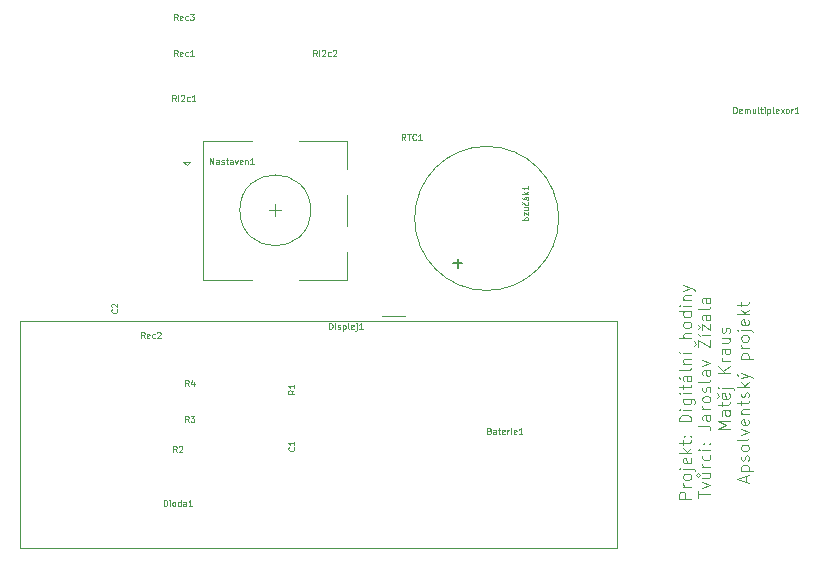
<source format=gbr>
%TF.GenerationSoftware,KiCad,Pcbnew,(5.1.8)-1*%
%TF.CreationDate,2021-03-12T13:42:17+01:00*%
%TF.ProjectId,AP,41502e6b-6963-4616-945f-706362585858,rev?*%
%TF.SameCoordinates,Original*%
%TF.FileFunction,Legend,Top*%
%TF.FilePolarity,Positive*%
%FSLAX46Y46*%
G04 Gerber Fmt 4.6, Leading zero omitted, Abs format (unit mm)*
G04 Created by KiCad (PCBNEW (5.1.8)-1) date 2021-03-12 13:42:17*
%MOMM*%
%LPD*%
G01*
G04 APERTURE LIST*
%ADD10C,0.123500*%
%ADD11C,0.120000*%
%ADD12C,0.063500*%
%ADD13C,0.050800*%
%ADD14C,0.150000*%
G04 APERTURE END LIST*
D10*
X191296750Y-113902000D02*
X190288750Y-113902000D01*
X190288750Y-113518000D01*
X190336750Y-113422000D01*
X190384750Y-113374000D01*
X190480750Y-113326000D01*
X190624750Y-113326000D01*
X190720750Y-113374000D01*
X190768750Y-113422000D01*
X190816750Y-113518000D01*
X190816750Y-113902000D01*
X191296750Y-112894000D02*
X190624750Y-112894000D01*
X190816750Y-112894000D02*
X190720750Y-112846000D01*
X190672750Y-112798000D01*
X190624750Y-112702000D01*
X190624750Y-112606000D01*
X191296750Y-112126000D02*
X191248750Y-112222000D01*
X191200750Y-112270000D01*
X191104750Y-112318000D01*
X190816750Y-112318000D01*
X190720750Y-112270000D01*
X190672750Y-112222000D01*
X190624750Y-112126000D01*
X190624750Y-111982000D01*
X190672750Y-111886000D01*
X190720750Y-111838000D01*
X190816750Y-111790000D01*
X191104750Y-111790000D01*
X191200750Y-111838000D01*
X191248750Y-111886000D01*
X191296750Y-111982000D01*
X191296750Y-112126000D01*
X190624750Y-111358000D02*
X191488750Y-111358000D01*
X191584750Y-111406000D01*
X191632750Y-111502000D01*
X191632750Y-111550000D01*
X190288750Y-111358000D02*
X190336750Y-111406000D01*
X190384750Y-111358000D01*
X190336750Y-111310000D01*
X190288750Y-111358000D01*
X190384750Y-111358000D01*
X191248750Y-110494000D02*
X191296750Y-110590000D01*
X191296750Y-110782000D01*
X191248750Y-110878000D01*
X191152750Y-110926000D01*
X190768750Y-110926000D01*
X190672750Y-110878000D01*
X190624750Y-110782000D01*
X190624750Y-110590000D01*
X190672750Y-110494000D01*
X190768750Y-110446000D01*
X190864750Y-110446000D01*
X190960750Y-110926000D01*
X191296750Y-110014000D02*
X190288750Y-110014000D01*
X190912750Y-109918000D02*
X191296750Y-109630000D01*
X190624750Y-109630000D02*
X191008750Y-110014000D01*
X190624750Y-109342000D02*
X190624750Y-108958000D01*
X190288750Y-109198000D02*
X191152750Y-109198000D01*
X191248750Y-109150000D01*
X191296750Y-109054000D01*
X191296750Y-108958000D01*
X191200750Y-108622000D02*
X191248750Y-108574000D01*
X191296750Y-108622000D01*
X191248750Y-108670000D01*
X191200750Y-108622000D01*
X191296750Y-108622000D01*
X190672750Y-108622000D02*
X190720750Y-108574000D01*
X190768750Y-108622000D01*
X190720750Y-108670000D01*
X190672750Y-108622000D01*
X190768750Y-108622000D01*
X191296750Y-107374000D02*
X190288750Y-107374000D01*
X190288750Y-107134000D01*
X190336750Y-106990000D01*
X190432750Y-106894000D01*
X190528750Y-106846000D01*
X190720750Y-106798000D01*
X190864750Y-106798000D01*
X191056750Y-106846000D01*
X191152750Y-106894000D01*
X191248750Y-106990000D01*
X191296750Y-107134000D01*
X191296750Y-107374000D01*
X191296750Y-106366000D02*
X190624750Y-106366000D01*
X190288750Y-106366000D02*
X190336750Y-106414000D01*
X190384750Y-106366000D01*
X190336750Y-106318000D01*
X190288750Y-106366000D01*
X190384750Y-106366000D01*
X190624750Y-105454000D02*
X191440750Y-105454000D01*
X191536750Y-105502000D01*
X191584750Y-105550000D01*
X191632750Y-105646000D01*
X191632750Y-105790000D01*
X191584750Y-105886000D01*
X191248750Y-105454000D02*
X191296750Y-105550000D01*
X191296750Y-105742000D01*
X191248750Y-105838000D01*
X191200750Y-105886000D01*
X191104750Y-105934000D01*
X190816750Y-105934000D01*
X190720750Y-105886000D01*
X190672750Y-105838000D01*
X190624750Y-105742000D01*
X190624750Y-105550000D01*
X190672750Y-105454000D01*
X191296750Y-104974000D02*
X190624750Y-104974000D01*
X190288750Y-104974000D02*
X190336750Y-105022000D01*
X190384750Y-104974000D01*
X190336750Y-104926000D01*
X190288750Y-104974000D01*
X190384750Y-104974000D01*
X190624750Y-104638000D02*
X190624750Y-104254000D01*
X190288750Y-104494000D02*
X191152750Y-104494000D01*
X191248750Y-104446000D01*
X191296750Y-104350000D01*
X191296750Y-104254000D01*
X191296750Y-103486000D02*
X190768750Y-103486000D01*
X190672750Y-103534000D01*
X190624750Y-103630000D01*
X190624750Y-103822000D01*
X190672750Y-103918000D01*
X191248750Y-103486000D02*
X191296750Y-103582000D01*
X191296750Y-103822000D01*
X191248750Y-103918000D01*
X191152750Y-103966000D01*
X191056750Y-103966000D01*
X190960750Y-103918000D01*
X190912750Y-103822000D01*
X190912750Y-103582000D01*
X190864750Y-103486000D01*
X190240750Y-103630000D02*
X190384750Y-103774000D01*
X191296750Y-102862000D02*
X191248750Y-102958000D01*
X191152750Y-103006000D01*
X190288750Y-103006000D01*
X190624750Y-102478000D02*
X191296750Y-102478000D01*
X190720750Y-102478000D02*
X190672750Y-102430000D01*
X190624750Y-102334000D01*
X190624750Y-102190000D01*
X190672750Y-102094000D01*
X190768750Y-102046000D01*
X191296750Y-102046000D01*
X191296750Y-101566000D02*
X190624750Y-101566000D01*
X190240750Y-101470000D02*
X190384750Y-101614000D01*
X191296750Y-100318000D02*
X190288750Y-100318000D01*
X191296750Y-99886000D02*
X190768750Y-99886000D01*
X190672750Y-99934000D01*
X190624750Y-100030000D01*
X190624750Y-100174000D01*
X190672750Y-100270000D01*
X190720750Y-100318000D01*
X191296750Y-99262000D02*
X191248750Y-99358000D01*
X191200750Y-99406000D01*
X191104750Y-99454000D01*
X190816750Y-99454000D01*
X190720750Y-99406000D01*
X190672750Y-99358000D01*
X190624750Y-99262000D01*
X190624750Y-99118000D01*
X190672750Y-99022000D01*
X190720750Y-98974000D01*
X190816750Y-98926000D01*
X191104750Y-98926000D01*
X191200750Y-98974000D01*
X191248750Y-99022000D01*
X191296750Y-99118000D01*
X191296750Y-99262000D01*
X191296750Y-98062000D02*
X190288750Y-98062000D01*
X191248750Y-98062000D02*
X191296750Y-98158000D01*
X191296750Y-98350000D01*
X191248750Y-98446000D01*
X191200750Y-98494000D01*
X191104750Y-98542000D01*
X190816750Y-98542000D01*
X190720750Y-98494000D01*
X190672750Y-98446000D01*
X190624750Y-98350000D01*
X190624750Y-98158000D01*
X190672750Y-98062000D01*
X191296750Y-97582000D02*
X190624750Y-97582000D01*
X190288750Y-97582000D02*
X190336750Y-97630000D01*
X190384750Y-97582000D01*
X190336750Y-97534000D01*
X190288750Y-97582000D01*
X190384750Y-97582000D01*
X190624750Y-97102000D02*
X191296750Y-97102000D01*
X190720750Y-97102000D02*
X190672750Y-97054000D01*
X190624750Y-96958000D01*
X190624750Y-96814000D01*
X190672750Y-96718000D01*
X190768750Y-96670000D01*
X191296750Y-96670000D01*
X190624750Y-96286000D02*
X191296750Y-96046000D01*
X190624750Y-95806000D02*
X191296750Y-96046000D01*
X191536750Y-96142000D01*
X191584750Y-96190000D01*
X191632750Y-96286000D01*
X191924250Y-113830000D02*
X191924250Y-113254000D01*
X192932250Y-113542000D02*
X191924250Y-113542000D01*
X192260250Y-113014000D02*
X192932250Y-112774000D01*
X192260250Y-112534000D01*
X192260250Y-111718000D02*
X192932250Y-111718000D01*
X192260250Y-112150000D02*
X192788250Y-112150000D01*
X192884250Y-112102000D01*
X192932250Y-112006000D01*
X192932250Y-111862000D01*
X192884250Y-111766000D01*
X192836250Y-111718000D01*
X192020250Y-111910000D02*
X191972250Y-112006000D01*
X191876250Y-112054000D01*
X191780250Y-112006000D01*
X191732250Y-111910000D01*
X191780250Y-111814000D01*
X191876250Y-111766000D01*
X191972250Y-111814000D01*
X192020250Y-111910000D01*
X192932250Y-111238000D02*
X192260250Y-111238000D01*
X192452250Y-111238000D02*
X192356250Y-111190000D01*
X192308250Y-111142000D01*
X192260250Y-111046000D01*
X192260250Y-110950000D01*
X192884250Y-110182000D02*
X192932250Y-110278000D01*
X192932250Y-110470000D01*
X192884250Y-110566000D01*
X192836250Y-110614000D01*
X192740250Y-110662000D01*
X192452250Y-110662000D01*
X192356250Y-110614000D01*
X192308250Y-110566000D01*
X192260250Y-110470000D01*
X192260250Y-110278000D01*
X192308250Y-110182000D01*
X192932250Y-109750000D02*
X192260250Y-109750000D01*
X191924250Y-109750000D02*
X191972250Y-109798000D01*
X192020250Y-109750000D01*
X191972250Y-109702000D01*
X191924250Y-109750000D01*
X192020250Y-109750000D01*
X192836250Y-109270000D02*
X192884250Y-109222000D01*
X192932250Y-109270000D01*
X192884250Y-109318000D01*
X192836250Y-109270000D01*
X192932250Y-109270000D01*
X192308250Y-109270000D02*
X192356250Y-109222000D01*
X192404250Y-109270000D01*
X192356250Y-109318000D01*
X192308250Y-109270000D01*
X192404250Y-109270000D01*
X191924250Y-107734000D02*
X192644250Y-107734000D01*
X192788250Y-107782000D01*
X192884250Y-107878000D01*
X192932250Y-108022000D01*
X192932250Y-108118000D01*
X192932250Y-106822000D02*
X192404250Y-106822000D01*
X192308250Y-106870000D01*
X192260250Y-106966000D01*
X192260250Y-107158000D01*
X192308250Y-107254000D01*
X192884250Y-106822000D02*
X192932250Y-106918000D01*
X192932250Y-107158000D01*
X192884250Y-107254000D01*
X192788250Y-107302000D01*
X192692250Y-107302000D01*
X192596250Y-107254000D01*
X192548250Y-107158000D01*
X192548250Y-106918000D01*
X192500250Y-106822000D01*
X192932250Y-106342000D02*
X192260250Y-106342000D01*
X192452250Y-106342000D02*
X192356250Y-106294000D01*
X192308250Y-106246000D01*
X192260250Y-106150000D01*
X192260250Y-106054000D01*
X192932250Y-105574000D02*
X192884250Y-105670000D01*
X192836250Y-105718000D01*
X192740250Y-105766000D01*
X192452250Y-105766000D01*
X192356250Y-105718000D01*
X192308250Y-105670000D01*
X192260250Y-105574000D01*
X192260250Y-105430000D01*
X192308250Y-105334000D01*
X192356250Y-105286000D01*
X192452250Y-105238000D01*
X192740250Y-105238000D01*
X192836250Y-105286000D01*
X192884250Y-105334000D01*
X192932250Y-105430000D01*
X192932250Y-105574000D01*
X192884250Y-104854000D02*
X192932250Y-104758000D01*
X192932250Y-104566000D01*
X192884250Y-104470000D01*
X192788250Y-104422000D01*
X192740250Y-104422000D01*
X192644250Y-104470000D01*
X192596250Y-104566000D01*
X192596250Y-104710000D01*
X192548250Y-104806000D01*
X192452250Y-104854000D01*
X192404250Y-104854000D01*
X192308250Y-104806000D01*
X192260250Y-104710000D01*
X192260250Y-104566000D01*
X192308250Y-104470000D01*
X192932250Y-103846000D02*
X192884250Y-103942000D01*
X192788250Y-103990000D01*
X191924250Y-103990000D01*
X192932250Y-103030000D02*
X192404250Y-103030000D01*
X192308250Y-103078000D01*
X192260250Y-103174000D01*
X192260250Y-103366000D01*
X192308250Y-103462000D01*
X192884250Y-103030000D02*
X192932250Y-103126000D01*
X192932250Y-103366000D01*
X192884250Y-103462000D01*
X192788250Y-103510000D01*
X192692250Y-103510000D01*
X192596250Y-103462000D01*
X192548250Y-103366000D01*
X192548250Y-103126000D01*
X192500250Y-103030000D01*
X192260250Y-102646000D02*
X192932250Y-102406000D01*
X192260250Y-102166000D01*
X191924250Y-101110000D02*
X191924250Y-100438000D01*
X192932250Y-101110000D01*
X192932250Y-100438000D01*
X191540250Y-100966000D02*
X191684250Y-100774000D01*
X191540250Y-100582000D01*
X192932250Y-100054000D02*
X192260250Y-100054000D01*
X191876250Y-99958000D02*
X192020250Y-100102000D01*
X192260250Y-99670000D02*
X192260250Y-99142000D01*
X192932250Y-99670000D01*
X192932250Y-99142000D01*
X191876250Y-99574000D02*
X192020250Y-99382000D01*
X191876250Y-99190000D01*
X192932250Y-98326000D02*
X192404250Y-98326000D01*
X192308250Y-98374000D01*
X192260250Y-98470000D01*
X192260250Y-98662000D01*
X192308250Y-98758000D01*
X192884250Y-98326000D02*
X192932250Y-98422000D01*
X192932250Y-98662000D01*
X192884250Y-98758000D01*
X192788250Y-98806000D01*
X192692250Y-98806000D01*
X192596250Y-98758000D01*
X192548250Y-98662000D01*
X192548250Y-98422000D01*
X192500250Y-98326000D01*
X192932250Y-97702000D02*
X192884250Y-97798000D01*
X192788250Y-97846000D01*
X191924250Y-97846000D01*
X192932250Y-96886000D02*
X192404250Y-96886000D01*
X192308250Y-96934000D01*
X192260250Y-97030000D01*
X192260250Y-97222000D01*
X192308250Y-97318000D01*
X192884250Y-96886000D02*
X192932250Y-96982000D01*
X192932250Y-97222000D01*
X192884250Y-97318000D01*
X192788250Y-97366000D01*
X192692250Y-97366000D01*
X192596250Y-97318000D01*
X192548250Y-97222000D01*
X192548250Y-96982000D01*
X192500250Y-96886000D01*
X194567750Y-108022000D02*
X193559750Y-108022000D01*
X194279750Y-107686000D01*
X193559750Y-107350000D01*
X194567750Y-107350000D01*
X194567750Y-106438000D02*
X194039750Y-106438000D01*
X193943750Y-106486000D01*
X193895750Y-106582000D01*
X193895750Y-106774000D01*
X193943750Y-106870000D01*
X194519750Y-106438000D02*
X194567750Y-106534000D01*
X194567750Y-106774000D01*
X194519750Y-106870000D01*
X194423750Y-106918000D01*
X194327750Y-106918000D01*
X194231750Y-106870000D01*
X194183750Y-106774000D01*
X194183750Y-106534000D01*
X194135750Y-106438000D01*
X193895750Y-106102000D02*
X193895750Y-105718000D01*
X193559750Y-105958000D02*
X194423750Y-105958000D01*
X194519750Y-105910000D01*
X194567750Y-105814000D01*
X194567750Y-105718000D01*
X194519750Y-104998000D02*
X194567750Y-105094000D01*
X194567750Y-105286000D01*
X194519750Y-105382000D01*
X194423750Y-105430000D01*
X194039750Y-105430000D01*
X193943750Y-105382000D01*
X193895750Y-105286000D01*
X193895750Y-105094000D01*
X193943750Y-104998000D01*
X194039750Y-104950000D01*
X194135750Y-104950000D01*
X194231750Y-105430000D01*
X193511750Y-105382000D02*
X193655750Y-105190000D01*
X193511750Y-104998000D01*
X193895750Y-104518000D02*
X194759750Y-104518000D01*
X194855750Y-104566000D01*
X194903750Y-104662000D01*
X194903750Y-104710000D01*
X193559750Y-104518000D02*
X193607750Y-104566000D01*
X193655750Y-104518000D01*
X193607750Y-104470000D01*
X193559750Y-104518000D01*
X193655750Y-104518000D01*
X194567750Y-103270000D02*
X193559750Y-103270000D01*
X194567750Y-102694000D02*
X193991750Y-103126000D01*
X193559750Y-102694000D02*
X194135750Y-103270000D01*
X194567750Y-102262000D02*
X193895750Y-102262000D01*
X194087750Y-102262000D02*
X193991750Y-102214000D01*
X193943750Y-102166000D01*
X193895750Y-102070000D01*
X193895750Y-101974000D01*
X194567750Y-101206000D02*
X194039750Y-101206000D01*
X193943750Y-101254000D01*
X193895750Y-101350000D01*
X193895750Y-101542000D01*
X193943750Y-101638000D01*
X194519750Y-101206000D02*
X194567750Y-101302000D01*
X194567750Y-101542000D01*
X194519750Y-101638000D01*
X194423750Y-101686000D01*
X194327750Y-101686000D01*
X194231750Y-101638000D01*
X194183750Y-101542000D01*
X194183750Y-101302000D01*
X194135750Y-101206000D01*
X193895750Y-100294000D02*
X194567750Y-100294000D01*
X193895750Y-100726000D02*
X194423750Y-100726000D01*
X194519750Y-100678000D01*
X194567750Y-100582000D01*
X194567750Y-100438000D01*
X194519750Y-100342000D01*
X194471750Y-100294000D01*
X194519750Y-99862000D02*
X194567750Y-99766000D01*
X194567750Y-99574000D01*
X194519750Y-99478000D01*
X194423750Y-99430000D01*
X194375750Y-99430000D01*
X194279750Y-99478000D01*
X194231750Y-99574000D01*
X194231750Y-99718000D01*
X194183750Y-99814000D01*
X194087750Y-99862000D01*
X194039750Y-99862000D01*
X193943750Y-99814000D01*
X193895750Y-99718000D01*
X193895750Y-99574000D01*
X193943750Y-99478000D01*
X195915250Y-112462000D02*
X195915250Y-111982000D01*
X196203250Y-112558000D02*
X195195250Y-112222000D01*
X196203250Y-111886000D01*
X195531250Y-111550000D02*
X196539250Y-111550000D01*
X195579250Y-111550000D02*
X195531250Y-111454000D01*
X195531250Y-111262000D01*
X195579250Y-111166000D01*
X195627250Y-111118000D01*
X195723250Y-111070000D01*
X196011250Y-111070000D01*
X196107250Y-111118000D01*
X196155250Y-111166000D01*
X196203250Y-111262000D01*
X196203250Y-111454000D01*
X196155250Y-111550000D01*
X196155250Y-110686000D02*
X196203250Y-110590000D01*
X196203250Y-110398000D01*
X196155250Y-110302000D01*
X196059250Y-110254000D01*
X196011250Y-110254000D01*
X195915250Y-110302000D01*
X195867250Y-110398000D01*
X195867250Y-110542000D01*
X195819250Y-110638000D01*
X195723250Y-110686000D01*
X195675250Y-110686000D01*
X195579250Y-110638000D01*
X195531250Y-110542000D01*
X195531250Y-110398000D01*
X195579250Y-110302000D01*
X196203250Y-109678000D02*
X196155250Y-109774000D01*
X196107250Y-109822000D01*
X196011250Y-109870000D01*
X195723250Y-109870000D01*
X195627250Y-109822000D01*
X195579250Y-109774000D01*
X195531250Y-109678000D01*
X195531250Y-109534000D01*
X195579250Y-109438000D01*
X195627250Y-109390000D01*
X195723250Y-109342000D01*
X196011250Y-109342000D01*
X196107250Y-109390000D01*
X196155250Y-109438000D01*
X196203250Y-109534000D01*
X196203250Y-109678000D01*
X196203250Y-108766000D02*
X196155250Y-108862000D01*
X196059250Y-108910000D01*
X195195250Y-108910000D01*
X195531250Y-108478000D02*
X196203250Y-108238000D01*
X195531250Y-107998000D01*
X196155250Y-107230000D02*
X196203250Y-107326000D01*
X196203250Y-107518000D01*
X196155250Y-107614000D01*
X196059250Y-107662000D01*
X195675250Y-107662000D01*
X195579250Y-107614000D01*
X195531250Y-107518000D01*
X195531250Y-107326000D01*
X195579250Y-107230000D01*
X195675250Y-107182000D01*
X195771250Y-107182000D01*
X195867250Y-107662000D01*
X195531250Y-106750000D02*
X196203250Y-106750000D01*
X195627250Y-106750000D02*
X195579250Y-106702000D01*
X195531250Y-106606000D01*
X195531250Y-106462000D01*
X195579250Y-106366000D01*
X195675250Y-106318000D01*
X196203250Y-106318000D01*
X195531250Y-105982000D02*
X195531250Y-105598000D01*
X195195250Y-105838000D02*
X196059250Y-105838000D01*
X196155250Y-105790000D01*
X196203250Y-105694000D01*
X196203250Y-105598000D01*
X196155250Y-105310000D02*
X196203250Y-105214000D01*
X196203250Y-105022000D01*
X196155250Y-104926000D01*
X196059250Y-104878000D01*
X196011250Y-104878000D01*
X195915250Y-104926000D01*
X195867250Y-105022000D01*
X195867250Y-105166000D01*
X195819250Y-105262000D01*
X195723250Y-105310000D01*
X195675250Y-105310000D01*
X195579250Y-105262000D01*
X195531250Y-105166000D01*
X195531250Y-105022000D01*
X195579250Y-104926000D01*
X196203250Y-104446000D02*
X195195250Y-104446000D01*
X195819250Y-104350000D02*
X196203250Y-104062000D01*
X195531250Y-104062000D02*
X195915250Y-104446000D01*
X195531250Y-103726000D02*
X196203250Y-103486000D01*
X195531250Y-103246000D02*
X196203250Y-103486000D01*
X196443250Y-103582000D01*
X196491250Y-103630000D01*
X196539250Y-103726000D01*
X195147250Y-103390000D02*
X195291250Y-103534000D01*
X195531250Y-102094000D02*
X196539250Y-102094000D01*
X195579250Y-102094000D02*
X195531250Y-101998000D01*
X195531250Y-101806000D01*
X195579250Y-101710000D01*
X195627250Y-101662000D01*
X195723250Y-101614000D01*
X196011250Y-101614000D01*
X196107250Y-101662000D01*
X196155250Y-101710000D01*
X196203250Y-101806000D01*
X196203250Y-101998000D01*
X196155250Y-102094000D01*
X196203250Y-101182000D02*
X195531250Y-101182000D01*
X195723250Y-101182000D02*
X195627250Y-101134000D01*
X195579250Y-101086000D01*
X195531250Y-100990000D01*
X195531250Y-100894000D01*
X196203250Y-100414000D02*
X196155250Y-100510000D01*
X196107250Y-100558000D01*
X196011250Y-100606000D01*
X195723250Y-100606000D01*
X195627250Y-100558000D01*
X195579250Y-100510000D01*
X195531250Y-100414000D01*
X195531250Y-100270000D01*
X195579250Y-100174000D01*
X195627250Y-100126000D01*
X195723250Y-100078000D01*
X196011250Y-100078000D01*
X196107250Y-100126000D01*
X196155250Y-100174000D01*
X196203250Y-100270000D01*
X196203250Y-100414000D01*
X195531250Y-99646000D02*
X196395250Y-99646000D01*
X196491250Y-99694000D01*
X196539250Y-99790000D01*
X196539250Y-99838000D01*
X195195250Y-99646000D02*
X195243250Y-99694000D01*
X195291250Y-99646000D01*
X195243250Y-99598000D01*
X195195250Y-99646000D01*
X195291250Y-99646000D01*
X196155250Y-98782000D02*
X196203250Y-98878000D01*
X196203250Y-99070000D01*
X196155250Y-99166000D01*
X196059250Y-99214000D01*
X195675250Y-99214000D01*
X195579250Y-99166000D01*
X195531250Y-99070000D01*
X195531250Y-98878000D01*
X195579250Y-98782000D01*
X195675250Y-98734000D01*
X195771250Y-98734000D01*
X195867250Y-99214000D01*
X196203250Y-98302000D02*
X195195250Y-98302000D01*
X195819250Y-98206000D02*
X196203250Y-97918000D01*
X195531250Y-97918000D02*
X195915250Y-98302000D01*
X195531250Y-97630000D02*
X195531250Y-97246000D01*
X195195250Y-97486000D02*
X196059250Y-97486000D01*
X196155250Y-97438000D01*
X196203250Y-97342000D01*
X196203250Y-97246000D01*
D11*
%TO.C,Nastaven1*%
X159090000Y-89495000D02*
G75*
G03*
X159090000Y-89495000I-3000000J0D01*
G01*
X158090000Y-83595000D02*
X162190000Y-83595000D01*
X162190000Y-95395000D02*
X158090000Y-95395000D01*
X154090000Y-95395000D02*
X149990000Y-95395000D01*
X154090000Y-83595000D02*
X149990000Y-83595000D01*
X149990000Y-83595000D02*
X149990000Y-95395000D01*
X148590000Y-85695000D02*
X148290000Y-85395000D01*
X148290000Y-85395000D02*
X148890000Y-85395000D01*
X148890000Y-85395000D02*
X148590000Y-85695000D01*
X162190000Y-83595000D02*
X162190000Y-85995000D01*
X162190000Y-88195000D02*
X162190000Y-90795000D01*
X162190000Y-92995000D02*
X162190000Y-95395000D01*
X156090000Y-88995000D02*
X156090000Y-89995000D01*
X155590000Y-89495000D02*
X156590000Y-89495000D01*
%TO.C,Displej1*%
X167116000Y-98458000D02*
X165116000Y-98458000D01*
X134496000Y-118078000D02*
X185036000Y-118078000D01*
X134496000Y-98838000D02*
X134496000Y-118078000D01*
X185036000Y-98838000D02*
X134496000Y-98838000D01*
X185036000Y-98838000D02*
X185036000Y-118078000D01*
%TO.C,bzu\u010D\u00E1k1*%
X180090000Y-90180000D02*
G75*
G03*
X180090000Y-90180000I-6100000J0D01*
G01*
%TO.C,RTC1*%
D12*
X167107809Y-83541809D02*
X166938476Y-83299904D01*
X166817523Y-83541809D02*
X166817523Y-83033809D01*
X167011047Y-83033809D01*
X167059428Y-83058000D01*
X167083619Y-83082190D01*
X167107809Y-83130571D01*
X167107809Y-83203142D01*
X167083619Y-83251523D01*
X167059428Y-83275714D01*
X167011047Y-83299904D01*
X166817523Y-83299904D01*
X167252952Y-83033809D02*
X167543238Y-83033809D01*
X167398095Y-83541809D02*
X167398095Y-83033809D01*
X168002857Y-83493428D02*
X167978666Y-83517619D01*
X167906095Y-83541809D01*
X167857714Y-83541809D01*
X167785142Y-83517619D01*
X167736761Y-83469238D01*
X167712571Y-83420857D01*
X167688380Y-83324095D01*
X167688380Y-83251523D01*
X167712571Y-83154761D01*
X167736761Y-83106380D01*
X167785142Y-83058000D01*
X167857714Y-83033809D01*
X167906095Y-83033809D01*
X167978666Y-83058000D01*
X168002857Y-83082190D01*
X168486666Y-83541809D02*
X168196380Y-83541809D01*
X168341523Y-83541809D02*
X168341523Y-83033809D01*
X168293142Y-83106380D01*
X168244761Y-83154761D01*
X168196380Y-83178952D01*
%TO.C,RI2c2*%
X159608761Y-76429809D02*
X159439428Y-76187904D01*
X159318476Y-76429809D02*
X159318476Y-75921809D01*
X159512000Y-75921809D01*
X159560380Y-75946000D01*
X159584571Y-75970190D01*
X159608761Y-76018571D01*
X159608761Y-76091142D01*
X159584571Y-76139523D01*
X159560380Y-76163714D01*
X159512000Y-76187904D01*
X159318476Y-76187904D01*
X159826476Y-76429809D02*
X159826476Y-75921809D01*
X160044190Y-75970190D02*
X160068380Y-75946000D01*
X160116761Y-75921809D01*
X160237714Y-75921809D01*
X160286095Y-75946000D01*
X160310285Y-75970190D01*
X160334476Y-76018571D01*
X160334476Y-76066952D01*
X160310285Y-76139523D01*
X160020000Y-76429809D01*
X160334476Y-76429809D01*
X160769904Y-76405619D02*
X160721523Y-76429809D01*
X160624761Y-76429809D01*
X160576380Y-76405619D01*
X160552190Y-76381428D01*
X160528000Y-76333047D01*
X160528000Y-76187904D01*
X160552190Y-76139523D01*
X160576380Y-76115333D01*
X160624761Y-76091142D01*
X160721523Y-76091142D01*
X160769904Y-76115333D01*
X160963428Y-75970190D02*
X160987619Y-75946000D01*
X161036000Y-75921809D01*
X161156952Y-75921809D01*
X161205333Y-75946000D01*
X161229523Y-75970190D01*
X161253714Y-76018571D01*
X161253714Y-76066952D01*
X161229523Y-76139523D01*
X160939238Y-76429809D01*
X161253714Y-76429809D01*
%TO.C,RI2c1*%
X147670761Y-80239809D02*
X147501428Y-79997904D01*
X147380476Y-80239809D02*
X147380476Y-79731809D01*
X147574000Y-79731809D01*
X147622380Y-79756000D01*
X147646571Y-79780190D01*
X147670761Y-79828571D01*
X147670761Y-79901142D01*
X147646571Y-79949523D01*
X147622380Y-79973714D01*
X147574000Y-79997904D01*
X147380476Y-79997904D01*
X147888476Y-80239809D02*
X147888476Y-79731809D01*
X148106190Y-79780190D02*
X148130380Y-79756000D01*
X148178761Y-79731809D01*
X148299714Y-79731809D01*
X148348095Y-79756000D01*
X148372285Y-79780190D01*
X148396476Y-79828571D01*
X148396476Y-79876952D01*
X148372285Y-79949523D01*
X148082000Y-80239809D01*
X148396476Y-80239809D01*
X148831904Y-80215619D02*
X148783523Y-80239809D01*
X148686761Y-80239809D01*
X148638380Y-80215619D01*
X148614190Y-80191428D01*
X148590000Y-80143047D01*
X148590000Y-79997904D01*
X148614190Y-79949523D01*
X148638380Y-79925333D01*
X148686761Y-79901142D01*
X148783523Y-79901142D01*
X148831904Y-79925333D01*
X149315714Y-80239809D02*
X149025428Y-80239809D01*
X149170571Y-80239809D02*
X149170571Y-79731809D01*
X149122190Y-79804380D01*
X149073809Y-79852761D01*
X149025428Y-79876952D01*
%TO.C,Rec3*%
X147815904Y-73381809D02*
X147646571Y-73139904D01*
X147525619Y-73381809D02*
X147525619Y-72873809D01*
X147719142Y-72873809D01*
X147767523Y-72898000D01*
X147791714Y-72922190D01*
X147815904Y-72970571D01*
X147815904Y-73043142D01*
X147791714Y-73091523D01*
X147767523Y-73115714D01*
X147719142Y-73139904D01*
X147525619Y-73139904D01*
X148227142Y-73357619D02*
X148178761Y-73381809D01*
X148082000Y-73381809D01*
X148033619Y-73357619D01*
X148009428Y-73309238D01*
X148009428Y-73115714D01*
X148033619Y-73067333D01*
X148082000Y-73043142D01*
X148178761Y-73043142D01*
X148227142Y-73067333D01*
X148251333Y-73115714D01*
X148251333Y-73164095D01*
X148009428Y-73212476D01*
X148686761Y-73357619D02*
X148638380Y-73381809D01*
X148541619Y-73381809D01*
X148493238Y-73357619D01*
X148469047Y-73333428D01*
X148444857Y-73285047D01*
X148444857Y-73139904D01*
X148469047Y-73091523D01*
X148493238Y-73067333D01*
X148541619Y-73043142D01*
X148638380Y-73043142D01*
X148686761Y-73067333D01*
X148856095Y-72873809D02*
X149170571Y-72873809D01*
X149001238Y-73067333D01*
X149073809Y-73067333D01*
X149122190Y-73091523D01*
X149146380Y-73115714D01*
X149170571Y-73164095D01*
X149170571Y-73285047D01*
X149146380Y-73333428D01*
X149122190Y-73357619D01*
X149073809Y-73381809D01*
X148928666Y-73381809D01*
X148880285Y-73357619D01*
X148856095Y-73333428D01*
%TO.C,Rec2*%
X145021904Y-100305809D02*
X144852571Y-100063904D01*
X144731619Y-100305809D02*
X144731619Y-99797809D01*
X144925142Y-99797809D01*
X144973523Y-99822000D01*
X144997714Y-99846190D01*
X145021904Y-99894571D01*
X145021904Y-99967142D01*
X144997714Y-100015523D01*
X144973523Y-100039714D01*
X144925142Y-100063904D01*
X144731619Y-100063904D01*
X145433142Y-100281619D02*
X145384761Y-100305809D01*
X145288000Y-100305809D01*
X145239619Y-100281619D01*
X145215428Y-100233238D01*
X145215428Y-100039714D01*
X145239619Y-99991333D01*
X145288000Y-99967142D01*
X145384761Y-99967142D01*
X145433142Y-99991333D01*
X145457333Y-100039714D01*
X145457333Y-100088095D01*
X145215428Y-100136476D01*
X145892761Y-100281619D02*
X145844380Y-100305809D01*
X145747619Y-100305809D01*
X145699238Y-100281619D01*
X145675047Y-100257428D01*
X145650857Y-100209047D01*
X145650857Y-100063904D01*
X145675047Y-100015523D01*
X145699238Y-99991333D01*
X145747619Y-99967142D01*
X145844380Y-99967142D01*
X145892761Y-99991333D01*
X146086285Y-99846190D02*
X146110476Y-99822000D01*
X146158857Y-99797809D01*
X146279809Y-99797809D01*
X146328190Y-99822000D01*
X146352380Y-99846190D01*
X146376571Y-99894571D01*
X146376571Y-99942952D01*
X146352380Y-100015523D01*
X146062095Y-100305809D01*
X146376571Y-100305809D01*
%TO.C,Rec1*%
X147815904Y-76429809D02*
X147646571Y-76187904D01*
X147525619Y-76429809D02*
X147525619Y-75921809D01*
X147719142Y-75921809D01*
X147767523Y-75946000D01*
X147791714Y-75970190D01*
X147815904Y-76018571D01*
X147815904Y-76091142D01*
X147791714Y-76139523D01*
X147767523Y-76163714D01*
X147719142Y-76187904D01*
X147525619Y-76187904D01*
X148227142Y-76405619D02*
X148178761Y-76429809D01*
X148082000Y-76429809D01*
X148033619Y-76405619D01*
X148009428Y-76357238D01*
X148009428Y-76163714D01*
X148033619Y-76115333D01*
X148082000Y-76091142D01*
X148178761Y-76091142D01*
X148227142Y-76115333D01*
X148251333Y-76163714D01*
X148251333Y-76212095D01*
X148009428Y-76260476D01*
X148686761Y-76405619D02*
X148638380Y-76429809D01*
X148541619Y-76429809D01*
X148493238Y-76405619D01*
X148469047Y-76381428D01*
X148444857Y-76333047D01*
X148444857Y-76187904D01*
X148469047Y-76139523D01*
X148493238Y-76115333D01*
X148541619Y-76091142D01*
X148638380Y-76091142D01*
X148686761Y-76115333D01*
X149170571Y-76429809D02*
X148880285Y-76429809D01*
X149025428Y-76429809D02*
X149025428Y-75921809D01*
X148977047Y-75994380D01*
X148928666Y-76042761D01*
X148880285Y-76066952D01*
%TO.C,R4*%
X148759333Y-104369809D02*
X148590000Y-104127904D01*
X148469047Y-104369809D02*
X148469047Y-103861809D01*
X148662571Y-103861809D01*
X148710952Y-103886000D01*
X148735142Y-103910190D01*
X148759333Y-103958571D01*
X148759333Y-104031142D01*
X148735142Y-104079523D01*
X148710952Y-104103714D01*
X148662571Y-104127904D01*
X148469047Y-104127904D01*
X149194761Y-104031142D02*
X149194761Y-104369809D01*
X149073809Y-103837619D02*
X148952857Y-104200476D01*
X149267333Y-104200476D01*
%TO.C,R3*%
X148759333Y-107417809D02*
X148590000Y-107175904D01*
X148469047Y-107417809D02*
X148469047Y-106909809D01*
X148662571Y-106909809D01*
X148710952Y-106934000D01*
X148735142Y-106958190D01*
X148759333Y-107006571D01*
X148759333Y-107079142D01*
X148735142Y-107127523D01*
X148710952Y-107151714D01*
X148662571Y-107175904D01*
X148469047Y-107175904D01*
X148928666Y-106909809D02*
X149243142Y-106909809D01*
X149073809Y-107103333D01*
X149146380Y-107103333D01*
X149194761Y-107127523D01*
X149218952Y-107151714D01*
X149243142Y-107200095D01*
X149243142Y-107321047D01*
X149218952Y-107369428D01*
X149194761Y-107393619D01*
X149146380Y-107417809D01*
X149001238Y-107417809D01*
X148952857Y-107393619D01*
X148928666Y-107369428D01*
%TO.C,R2*%
X147743333Y-109957809D02*
X147574000Y-109715904D01*
X147453047Y-109957809D02*
X147453047Y-109449809D01*
X147646571Y-109449809D01*
X147694952Y-109474000D01*
X147719142Y-109498190D01*
X147743333Y-109546571D01*
X147743333Y-109619142D01*
X147719142Y-109667523D01*
X147694952Y-109691714D01*
X147646571Y-109715904D01*
X147453047Y-109715904D01*
X147936857Y-109498190D02*
X147961047Y-109474000D01*
X148009428Y-109449809D01*
X148130380Y-109449809D01*
X148178761Y-109474000D01*
X148202952Y-109498190D01*
X148227142Y-109546571D01*
X148227142Y-109594952D01*
X148202952Y-109667523D01*
X147912666Y-109957809D01*
X148227142Y-109957809D01*
%TO.C,R1*%
D13*
X157709809Y-104732666D02*
X157467904Y-104902000D01*
X157709809Y-105022952D02*
X157201809Y-105022952D01*
X157201809Y-104829428D01*
X157226000Y-104781047D01*
X157250190Y-104756857D01*
X157298571Y-104732666D01*
X157371142Y-104732666D01*
X157419523Y-104756857D01*
X157443714Y-104781047D01*
X157467904Y-104829428D01*
X157467904Y-105022952D01*
X157709809Y-104248857D02*
X157709809Y-104539142D01*
X157709809Y-104394000D02*
X157201809Y-104394000D01*
X157274380Y-104442380D01*
X157322761Y-104490761D01*
X157346952Y-104539142D01*
%TO.C,Nastaven1*%
D12*
X150561523Y-85573809D02*
X150561523Y-85065809D01*
X150851809Y-85573809D01*
X150851809Y-85065809D01*
X151311428Y-85573809D02*
X151311428Y-85307714D01*
X151287238Y-85259333D01*
X151238857Y-85235142D01*
X151142095Y-85235142D01*
X151093714Y-85259333D01*
X151311428Y-85549619D02*
X151263047Y-85573809D01*
X151142095Y-85573809D01*
X151093714Y-85549619D01*
X151069523Y-85501238D01*
X151069523Y-85452857D01*
X151093714Y-85404476D01*
X151142095Y-85380285D01*
X151263047Y-85380285D01*
X151311428Y-85356095D01*
X151529142Y-85549619D02*
X151577523Y-85573809D01*
X151674285Y-85573809D01*
X151722666Y-85549619D01*
X151746857Y-85501238D01*
X151746857Y-85477047D01*
X151722666Y-85428666D01*
X151674285Y-85404476D01*
X151601714Y-85404476D01*
X151553333Y-85380285D01*
X151529142Y-85331904D01*
X151529142Y-85307714D01*
X151553333Y-85259333D01*
X151601714Y-85235142D01*
X151674285Y-85235142D01*
X151722666Y-85259333D01*
X151892000Y-85235142D02*
X152085523Y-85235142D01*
X151964571Y-85065809D02*
X151964571Y-85501238D01*
X151988761Y-85549619D01*
X152037142Y-85573809D01*
X152085523Y-85573809D01*
X152472571Y-85573809D02*
X152472571Y-85307714D01*
X152448380Y-85259333D01*
X152400000Y-85235142D01*
X152303238Y-85235142D01*
X152254857Y-85259333D01*
X152472571Y-85549619D02*
X152424190Y-85573809D01*
X152303238Y-85573809D01*
X152254857Y-85549619D01*
X152230666Y-85501238D01*
X152230666Y-85452857D01*
X152254857Y-85404476D01*
X152303238Y-85380285D01*
X152424190Y-85380285D01*
X152472571Y-85356095D01*
X152666095Y-85235142D02*
X152787047Y-85573809D01*
X152908000Y-85235142D01*
X153295047Y-85549619D02*
X153246666Y-85573809D01*
X153149904Y-85573809D01*
X153101523Y-85549619D01*
X153077333Y-85501238D01*
X153077333Y-85307714D01*
X153101523Y-85259333D01*
X153149904Y-85235142D01*
X153246666Y-85235142D01*
X153295047Y-85259333D01*
X153319238Y-85307714D01*
X153319238Y-85356095D01*
X153077333Y-85404476D01*
X153536952Y-85235142D02*
X153536952Y-85573809D01*
X153536952Y-85283523D02*
X153561142Y-85259333D01*
X153609523Y-85235142D01*
X153682095Y-85235142D01*
X153730476Y-85259333D01*
X153754666Y-85307714D01*
X153754666Y-85573809D01*
X154262666Y-85573809D02*
X153972380Y-85573809D01*
X154117523Y-85573809D02*
X154117523Y-85065809D01*
X154069142Y-85138380D01*
X154020761Y-85186761D01*
X153972380Y-85210952D01*
%TO.C,Displej1*%
X160648952Y-99543809D02*
X160648952Y-99035809D01*
X160769904Y-99035809D01*
X160842476Y-99060000D01*
X160890857Y-99108380D01*
X160915047Y-99156761D01*
X160939238Y-99253523D01*
X160939238Y-99326095D01*
X160915047Y-99422857D01*
X160890857Y-99471238D01*
X160842476Y-99519619D01*
X160769904Y-99543809D01*
X160648952Y-99543809D01*
X161156952Y-99543809D02*
X161156952Y-99205142D01*
X161156952Y-99035809D02*
X161132761Y-99060000D01*
X161156952Y-99084190D01*
X161181142Y-99060000D01*
X161156952Y-99035809D01*
X161156952Y-99084190D01*
X161374666Y-99519619D02*
X161423047Y-99543809D01*
X161519809Y-99543809D01*
X161568190Y-99519619D01*
X161592380Y-99471238D01*
X161592380Y-99447047D01*
X161568190Y-99398666D01*
X161519809Y-99374476D01*
X161447238Y-99374476D01*
X161398857Y-99350285D01*
X161374666Y-99301904D01*
X161374666Y-99277714D01*
X161398857Y-99229333D01*
X161447238Y-99205142D01*
X161519809Y-99205142D01*
X161568190Y-99229333D01*
X161810095Y-99205142D02*
X161810095Y-99713142D01*
X161810095Y-99229333D02*
X161858476Y-99205142D01*
X161955238Y-99205142D01*
X162003619Y-99229333D01*
X162027809Y-99253523D01*
X162052000Y-99301904D01*
X162052000Y-99447047D01*
X162027809Y-99495428D01*
X162003619Y-99519619D01*
X161955238Y-99543809D01*
X161858476Y-99543809D01*
X161810095Y-99519619D01*
X162342285Y-99543809D02*
X162293904Y-99519619D01*
X162269714Y-99471238D01*
X162269714Y-99035809D01*
X162729333Y-99519619D02*
X162680952Y-99543809D01*
X162584190Y-99543809D01*
X162535809Y-99519619D01*
X162511619Y-99471238D01*
X162511619Y-99277714D01*
X162535809Y-99229333D01*
X162584190Y-99205142D01*
X162680952Y-99205142D01*
X162729333Y-99229333D01*
X162753523Y-99277714D01*
X162753523Y-99326095D01*
X162511619Y-99374476D01*
X162971238Y-99205142D02*
X162971238Y-99640571D01*
X162947047Y-99688952D01*
X162898666Y-99713142D01*
X162874476Y-99713142D01*
X162971238Y-99035809D02*
X162947047Y-99060000D01*
X162971238Y-99084190D01*
X162995428Y-99060000D01*
X162971238Y-99035809D01*
X162971238Y-99084190D01*
X163479238Y-99543809D02*
X163188952Y-99543809D01*
X163334095Y-99543809D02*
X163334095Y-99035809D01*
X163285714Y-99108380D01*
X163237333Y-99156761D01*
X163188952Y-99180952D01*
%TO.C,Dioda1*%
X146642666Y-114529809D02*
X146642666Y-114021809D01*
X146763619Y-114021809D01*
X146836190Y-114046000D01*
X146884571Y-114094380D01*
X146908761Y-114142761D01*
X146932952Y-114239523D01*
X146932952Y-114312095D01*
X146908761Y-114408857D01*
X146884571Y-114457238D01*
X146836190Y-114505619D01*
X146763619Y-114529809D01*
X146642666Y-114529809D01*
X147150666Y-114529809D02*
X147150666Y-114191142D01*
X147150666Y-114021809D02*
X147126476Y-114046000D01*
X147150666Y-114070190D01*
X147174857Y-114046000D01*
X147150666Y-114021809D01*
X147150666Y-114070190D01*
X147465142Y-114529809D02*
X147416761Y-114505619D01*
X147392571Y-114481428D01*
X147368380Y-114433047D01*
X147368380Y-114287904D01*
X147392571Y-114239523D01*
X147416761Y-114215333D01*
X147465142Y-114191142D01*
X147537714Y-114191142D01*
X147586095Y-114215333D01*
X147610285Y-114239523D01*
X147634476Y-114287904D01*
X147634476Y-114433047D01*
X147610285Y-114481428D01*
X147586095Y-114505619D01*
X147537714Y-114529809D01*
X147465142Y-114529809D01*
X148069904Y-114529809D02*
X148069904Y-114021809D01*
X148069904Y-114505619D02*
X148021523Y-114529809D01*
X147924761Y-114529809D01*
X147876380Y-114505619D01*
X147852190Y-114481428D01*
X147828000Y-114433047D01*
X147828000Y-114287904D01*
X147852190Y-114239523D01*
X147876380Y-114215333D01*
X147924761Y-114191142D01*
X148021523Y-114191142D01*
X148069904Y-114215333D01*
X148529523Y-114529809D02*
X148529523Y-114263714D01*
X148505333Y-114215333D01*
X148456952Y-114191142D01*
X148360190Y-114191142D01*
X148311809Y-114215333D01*
X148529523Y-114505619D02*
X148481142Y-114529809D01*
X148360190Y-114529809D01*
X148311809Y-114505619D01*
X148287619Y-114457238D01*
X148287619Y-114408857D01*
X148311809Y-114360476D01*
X148360190Y-114336285D01*
X148481142Y-114336285D01*
X148529523Y-114312095D01*
X149037523Y-114529809D02*
X148747238Y-114529809D01*
X148892380Y-114529809D02*
X148892380Y-114021809D01*
X148844000Y-114094380D01*
X148795619Y-114142761D01*
X148747238Y-114166952D01*
%TO.C,Demultiplexor1*%
X194878476Y-81255809D02*
X194878476Y-80747809D01*
X194999428Y-80747809D01*
X195072000Y-80772000D01*
X195120380Y-80820380D01*
X195144571Y-80868761D01*
X195168761Y-80965523D01*
X195168761Y-81038095D01*
X195144571Y-81134857D01*
X195120380Y-81183238D01*
X195072000Y-81231619D01*
X194999428Y-81255809D01*
X194878476Y-81255809D01*
X195580000Y-81231619D02*
X195531619Y-81255809D01*
X195434857Y-81255809D01*
X195386476Y-81231619D01*
X195362285Y-81183238D01*
X195362285Y-80989714D01*
X195386476Y-80941333D01*
X195434857Y-80917142D01*
X195531619Y-80917142D01*
X195580000Y-80941333D01*
X195604190Y-80989714D01*
X195604190Y-81038095D01*
X195362285Y-81086476D01*
X195821904Y-81255809D02*
X195821904Y-80917142D01*
X195821904Y-80965523D02*
X195846095Y-80941333D01*
X195894476Y-80917142D01*
X195967047Y-80917142D01*
X196015428Y-80941333D01*
X196039619Y-80989714D01*
X196039619Y-81255809D01*
X196039619Y-80989714D02*
X196063809Y-80941333D01*
X196112190Y-80917142D01*
X196184761Y-80917142D01*
X196233142Y-80941333D01*
X196257333Y-80989714D01*
X196257333Y-81255809D01*
X196716952Y-80917142D02*
X196716952Y-81255809D01*
X196499238Y-80917142D02*
X196499238Y-81183238D01*
X196523428Y-81231619D01*
X196571809Y-81255809D01*
X196644380Y-81255809D01*
X196692761Y-81231619D01*
X196716952Y-81207428D01*
X197031428Y-81255809D02*
X196983047Y-81231619D01*
X196958857Y-81183238D01*
X196958857Y-80747809D01*
X197152380Y-80917142D02*
X197345904Y-80917142D01*
X197224952Y-80747809D02*
X197224952Y-81183238D01*
X197249142Y-81231619D01*
X197297523Y-81255809D01*
X197345904Y-81255809D01*
X197515238Y-81255809D02*
X197515238Y-80917142D01*
X197515238Y-80747809D02*
X197491047Y-80772000D01*
X197515238Y-80796190D01*
X197539428Y-80772000D01*
X197515238Y-80747809D01*
X197515238Y-80796190D01*
X197757142Y-80917142D02*
X197757142Y-81425142D01*
X197757142Y-80941333D02*
X197805523Y-80917142D01*
X197902285Y-80917142D01*
X197950666Y-80941333D01*
X197974857Y-80965523D01*
X197999047Y-81013904D01*
X197999047Y-81159047D01*
X197974857Y-81207428D01*
X197950666Y-81231619D01*
X197902285Y-81255809D01*
X197805523Y-81255809D01*
X197757142Y-81231619D01*
X198289333Y-81255809D02*
X198240952Y-81231619D01*
X198216761Y-81183238D01*
X198216761Y-80747809D01*
X198676380Y-81231619D02*
X198628000Y-81255809D01*
X198531238Y-81255809D01*
X198482857Y-81231619D01*
X198458666Y-81183238D01*
X198458666Y-80989714D01*
X198482857Y-80941333D01*
X198531238Y-80917142D01*
X198628000Y-80917142D01*
X198676380Y-80941333D01*
X198700571Y-80989714D01*
X198700571Y-81038095D01*
X198458666Y-81086476D01*
X198869904Y-81255809D02*
X199136000Y-80917142D01*
X198869904Y-80917142D02*
X199136000Y-81255809D01*
X199402095Y-81255809D02*
X199353714Y-81231619D01*
X199329523Y-81207428D01*
X199305333Y-81159047D01*
X199305333Y-81013904D01*
X199329523Y-80965523D01*
X199353714Y-80941333D01*
X199402095Y-80917142D01*
X199474666Y-80917142D01*
X199523047Y-80941333D01*
X199547238Y-80965523D01*
X199571428Y-81013904D01*
X199571428Y-81159047D01*
X199547238Y-81207428D01*
X199523047Y-81231619D01*
X199474666Y-81255809D01*
X199402095Y-81255809D01*
X199789142Y-81255809D02*
X199789142Y-80917142D01*
X199789142Y-81013904D02*
X199813333Y-80965523D01*
X199837523Y-80941333D01*
X199885904Y-80917142D01*
X199934285Y-80917142D01*
X200369714Y-81255809D02*
X200079428Y-81255809D01*
X200224571Y-81255809D02*
X200224571Y-80747809D01*
X200176190Y-80820380D01*
X200127809Y-80868761D01*
X200079428Y-80892952D01*
%TO.C,C2*%
X142675428Y-97874666D02*
X142699619Y-97898857D01*
X142723809Y-97971428D01*
X142723809Y-98019809D01*
X142699619Y-98092380D01*
X142651238Y-98140761D01*
X142602857Y-98164952D01*
X142506095Y-98189142D01*
X142433523Y-98189142D01*
X142336761Y-98164952D01*
X142288380Y-98140761D01*
X142240000Y-98092380D01*
X142215809Y-98019809D01*
X142215809Y-97971428D01*
X142240000Y-97898857D01*
X142264190Y-97874666D01*
X142264190Y-97681142D02*
X142240000Y-97656952D01*
X142215809Y-97608571D01*
X142215809Y-97487619D01*
X142240000Y-97439238D01*
X142264190Y-97415047D01*
X142312571Y-97390857D01*
X142360952Y-97390857D01*
X142433523Y-97415047D01*
X142723809Y-97705333D01*
X142723809Y-97390857D01*
%TO.C,C1*%
X157661428Y-109558666D02*
X157685619Y-109582857D01*
X157709809Y-109655428D01*
X157709809Y-109703809D01*
X157685619Y-109776380D01*
X157637238Y-109824761D01*
X157588857Y-109848952D01*
X157492095Y-109873142D01*
X157419523Y-109873142D01*
X157322761Y-109848952D01*
X157274380Y-109824761D01*
X157226000Y-109776380D01*
X157201809Y-109703809D01*
X157201809Y-109655428D01*
X157226000Y-109582857D01*
X157250190Y-109558666D01*
X157709809Y-109074857D02*
X157709809Y-109365142D01*
X157709809Y-109220000D02*
X157201809Y-109220000D01*
X157274380Y-109268380D01*
X157322761Y-109316761D01*
X157346952Y-109365142D01*
%TO.C,bzu\u010D\u00E1k1*%
X177521809Y-90339333D02*
X177013809Y-90339333D01*
X177207333Y-90339333D02*
X177183142Y-90290952D01*
X177183142Y-90194190D01*
X177207333Y-90145809D01*
X177231523Y-90121619D01*
X177279904Y-90097428D01*
X177425047Y-90097428D01*
X177473428Y-90121619D01*
X177497619Y-90145809D01*
X177521809Y-90194190D01*
X177521809Y-90290952D01*
X177497619Y-90339333D01*
X177183142Y-89928095D02*
X177183142Y-89662000D01*
X177521809Y-89928095D01*
X177521809Y-89662000D01*
X177183142Y-89250761D02*
X177521809Y-89250761D01*
X177183142Y-89468476D02*
X177449238Y-89468476D01*
X177497619Y-89444285D01*
X177521809Y-89395904D01*
X177521809Y-89323333D01*
X177497619Y-89274952D01*
X177473428Y-89250761D01*
X177497619Y-88791142D02*
X177521809Y-88839523D01*
X177521809Y-88936285D01*
X177497619Y-88984666D01*
X177473428Y-89008857D01*
X177425047Y-89033047D01*
X177279904Y-89033047D01*
X177231523Y-89008857D01*
X177207333Y-88984666D01*
X177183142Y-88936285D01*
X177183142Y-88839523D01*
X177207333Y-88791142D01*
X176989619Y-88984666D02*
X177062190Y-88887904D01*
X176989619Y-88791142D01*
X177521809Y-88355714D02*
X177255714Y-88355714D01*
X177207333Y-88379904D01*
X177183142Y-88428285D01*
X177183142Y-88525047D01*
X177207333Y-88573428D01*
X177497619Y-88355714D02*
X177521809Y-88404095D01*
X177521809Y-88525047D01*
X177497619Y-88573428D01*
X177449238Y-88597619D01*
X177400857Y-88597619D01*
X177352476Y-88573428D01*
X177328285Y-88525047D01*
X177328285Y-88404095D01*
X177304095Y-88355714D01*
X176989619Y-88428285D02*
X177062190Y-88500857D01*
X177521809Y-88113809D02*
X177013809Y-88113809D01*
X177328285Y-88065428D02*
X177521809Y-87920285D01*
X177183142Y-87920285D02*
X177376666Y-88113809D01*
X177521809Y-87436476D02*
X177521809Y-87726761D01*
X177521809Y-87581619D02*
X177013809Y-87581619D01*
X177086380Y-87630000D01*
X177134761Y-87678380D01*
X177158952Y-87726761D01*
D14*
X171521428Y-94370952D02*
X171521428Y-93609047D01*
X171902380Y-93990000D02*
X171140476Y-93990000D01*
%TO.C,Baterie1*%
D12*
X174219809Y-108167714D02*
X174292380Y-108191904D01*
X174316571Y-108216095D01*
X174340761Y-108264476D01*
X174340761Y-108337047D01*
X174316571Y-108385428D01*
X174292380Y-108409619D01*
X174244000Y-108433809D01*
X174050476Y-108433809D01*
X174050476Y-107925809D01*
X174219809Y-107925809D01*
X174268190Y-107950000D01*
X174292380Y-107974190D01*
X174316571Y-108022571D01*
X174316571Y-108070952D01*
X174292380Y-108119333D01*
X174268190Y-108143523D01*
X174219809Y-108167714D01*
X174050476Y-108167714D01*
X174776190Y-108433809D02*
X174776190Y-108167714D01*
X174752000Y-108119333D01*
X174703619Y-108095142D01*
X174606857Y-108095142D01*
X174558476Y-108119333D01*
X174776190Y-108409619D02*
X174727809Y-108433809D01*
X174606857Y-108433809D01*
X174558476Y-108409619D01*
X174534285Y-108361238D01*
X174534285Y-108312857D01*
X174558476Y-108264476D01*
X174606857Y-108240285D01*
X174727809Y-108240285D01*
X174776190Y-108216095D01*
X174945523Y-108095142D02*
X175139047Y-108095142D01*
X175018095Y-107925809D02*
X175018095Y-108361238D01*
X175042285Y-108409619D01*
X175090666Y-108433809D01*
X175139047Y-108433809D01*
X175501904Y-108409619D02*
X175453523Y-108433809D01*
X175356761Y-108433809D01*
X175308380Y-108409619D01*
X175284190Y-108361238D01*
X175284190Y-108167714D01*
X175308380Y-108119333D01*
X175356761Y-108095142D01*
X175453523Y-108095142D01*
X175501904Y-108119333D01*
X175526095Y-108167714D01*
X175526095Y-108216095D01*
X175284190Y-108264476D01*
X175743809Y-108433809D02*
X175743809Y-108095142D01*
X175743809Y-108191904D02*
X175768000Y-108143523D01*
X175792190Y-108119333D01*
X175840571Y-108095142D01*
X175888952Y-108095142D01*
X176058285Y-108433809D02*
X176058285Y-108095142D01*
X176058285Y-107925809D02*
X176034095Y-107950000D01*
X176058285Y-107974190D01*
X176082476Y-107950000D01*
X176058285Y-107925809D01*
X176058285Y-107974190D01*
X176493714Y-108409619D02*
X176445333Y-108433809D01*
X176348571Y-108433809D01*
X176300190Y-108409619D01*
X176276000Y-108361238D01*
X176276000Y-108167714D01*
X176300190Y-108119333D01*
X176348571Y-108095142D01*
X176445333Y-108095142D01*
X176493714Y-108119333D01*
X176517904Y-108167714D01*
X176517904Y-108216095D01*
X176276000Y-108264476D01*
X177001714Y-108433809D02*
X176711428Y-108433809D01*
X176856571Y-108433809D02*
X176856571Y-107925809D01*
X176808190Y-107998380D01*
X176759809Y-108046761D01*
X176711428Y-108070952D01*
%TD*%
M02*

</source>
